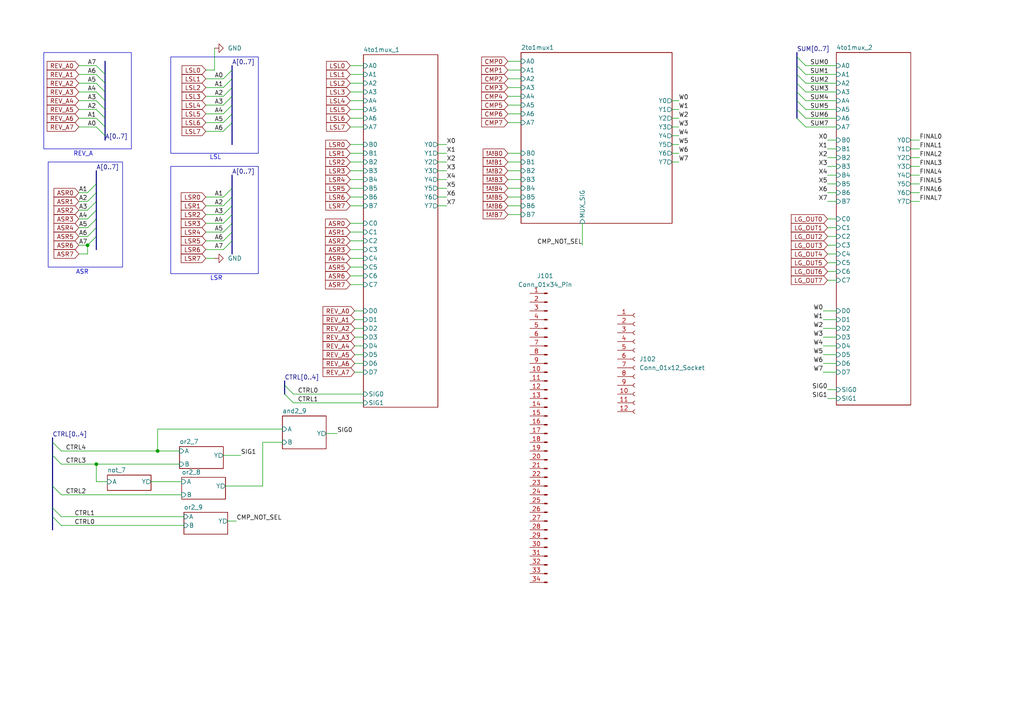
<source format=kicad_sch>
(kicad_sch (version 20250114) (generator "eeschema") (generator_version "9.0")
  (paper "A4")
  (lib_symbols
    (symbol "Connector:Conn_01x12_Socket" (pin_names (offset 1.016) (hide yes))
      (property "Reference" "J" (at 0 15.24 0))
      (property "Value" "Conn_01x12_Socket" (at 0 -17.78 0))
      (symbol "Conn_01x12_Socket_1_1"
        (polyline (pts (xy -1.27 12.7) (xy -0.508 12.7)) (stroke (width 0.1524)))
        (polyline (pts (xy -1.27 10.16) (xy -0.508 10.16)) (stroke (width 0.1524)))
        (polyline (pts (xy -1.27 7.62) (xy -0.508 7.62)) (stroke (width 0.1524)))
        (polyline (pts (xy -1.27 5.08) (xy -0.508 5.08)) (stroke (width 0.1524)))
        (polyline (pts (xy -1.27 2.54) (xy -0.508 2.54)) (stroke (width 0.1524)))
        (polyline (pts (xy -1.27 0) (xy -0.508 0)) (stroke (width 0.1524)))
        (polyline (pts (xy -1.27 -2.54) (xy -0.508 -2.54)) (stroke (width 0.1524)))
        (polyline (pts (xy -1.27 -5.08) (xy -0.508 -5.08)) (stroke (width 0.1524)))
        (polyline (pts (xy -1.27 -7.62) (xy -0.508 -7.62)) (stroke (width 0.1524)))
        (polyline (pts (xy -1.27 -10.16) (xy -0.508 -10.16)) (stroke (width 0.1524)))
        (polyline (pts (xy -1.27 -12.7) (xy -0.508 -12.7)) (stroke (width 0.1524)))
        (polyline (pts (xy -1.27 -15.24) (xy -0.508 -15.24)) (stroke (width 0.1524)))
        (arc (start 0 12.192) (mid -0.5058 12.7) (end 0 13.208) (stroke (width 0.1524)))
        (arc (start 0 9.652) (mid -0.5058 10.16) (end 0 10.668) (stroke (width 0.1524)))
        (arc (start 0 7.112) (mid -0.5058 7.62) (end 0 8.128) (stroke (width 0.1524)))
        (arc (start 0 4.572) (mid -0.5058 5.08) (end 0 5.588) (stroke (width 0.1524)))
        (arc (start 0 2.032) (mid -0.5058 2.54) (end 0 3.048) (stroke (width 0.1524)))
        (arc (start 0 -0.508) (mid -0.5058 0) (end 0 0.508) (stroke (width 0.1524)))
        (arc (start 0 -3.048) (mid -0.5058 -2.54) (end 0 -2.032) (stroke (width 0.1524)))
        (arc (start 0 -5.588) (mid -0.5058 -5.08) (end 0 -4.572) (stroke (width 0.1524)))
        (arc (start 0 -8.128) (mid -0.5058 -7.62) (end 0 -7.112) (stroke (width 0.1524)))
        (arc (start 0 -10.668) (mid -0.5058 -10.16) (end 0 -9.652) (stroke (width 0.1524)))
        (arc (start 0 -13.208) (mid -0.5058 -12.7) (end 0 -12.192) (stroke (width 0.1524)))
        (arc (start 0 -15.748) (mid -0.5058 -15.24) (end 0 -14.732) (stroke (width 0.1524)))
        (pin passive line (at -5.08 12.7 0) (length 3.81) (name "Pin_1") (number "1"))
        (pin passive line (at -5.08 10.16 0) (length 3.81) (name "Pin_2") (number "2"))
        (pin passive line (at -5.08 7.62 0) (length 3.81) (name "Pin_3") (number "3"))
        (pin passive line (at -5.08 5.08 0) (length 3.81) (name "Pin_4") (number "4"))
        (pin passive line (at -5.08 2.54 0) (length 3.81) (name "Pin_5") (number "5"))
        (pin passive line (at -5.08 0 0) (length 3.81) (name "Pin_6") (number "6"))
        (pin passive line (at -5.08 -2.54 0) (length 3.81) (name "Pin_7") (number "7"))
        (pin passive line (at -5.08 -5.08 0) (length 3.81) (name "Pin_8") (number "8"))
        (pin passive line (at -5.08 -7.62 0) (length 3.81) (name "Pin_9") (number "9"))
        (pin passive line (at -5.08 -10.16 0) (length 3.81) (name "Pin_10") (number "10"))
        (pin passive line (at -5.08 -12.7 0) (length 3.81) (name "Pin_11") (number "11"))
        (pin passive line (at -5.08 -15.24 0) (length 3.81) (name "Pin_12") (number "12"))
      )
    )
    (symbol "Connector:Conn_01x34_Pin" (pin_names (offset 1.016) (hide yes))
      (property "Reference" "J" (at 0 43.18 0))
      (property "Value" "Conn_01x34_Pin" (at 0 -45.72 0))
      (symbol "Conn_01x34_Pin_1_1"
        (rectangle (start 0.8636 40.767) (end 0 40.513) (stroke (width 0.1524)) (fill (type outline)))
        (rectangle (start 0.8636 38.227) (end 0 37.973) (stroke (width 0.1524)) (fill (type outline)))
        (rectangle (start 0.8636 35.687) (end 0 35.433) (stroke (width 0.1524)) (fill (type outline)))
        (rectangle (start 0.8636 33.147) (end 0 32.893) (stroke (width 0.1524)) (fill (type outline)))
        (rectangle (start 0.8636 30.607) (end 0 30.353) (stroke (width 0.1524)) (fill (type outline)))
        (rectangle (start 0.8636 28.067) (end 0 27.813) (stroke (width 0.1524)) (fill (type outline)))
        (rectangle (start 0.8636 25.527) (end 0 25.273) (stroke (width 0.1524)) (fill (type outline)))
        (rectangle (start 0.8636 22.987) (end 0 22.733) (stroke (width 0.1524)) (fill (type outline)))
        (rectangle (start 0.8636 20.447) (end 0 20.193) (stroke (width 0.1524)) (fill (type outline)))
        (rectangle (start 0.8636 17.907) (end 0 17.653) (stroke (width 0.1524)) (fill (type outline)))
        (rectangle (start 0.8636 15.367) (end 0 15.113) (stroke (width 0.1524)) (fill (type outline)))
        (rectangle (start 0.8636 12.827) (end 0 12.573) (stroke (width 0.1524)) (fill (type outline)))
        (rectangle (start 0.8636 10.287) (end 0 10.033) (stroke (width 0.1524)) (fill (type outline)))
        (rectangle (start 0.8636 7.747) (end 0 7.493) (stroke (width 0.1524)) (fill (type outline)))
        (rectangle (start 0.8636 5.207) (end 0 4.953) (stroke (width 0.1524)) (fill (type outline)))
        (rectangle (start 0.8636 2.667) (end 0 2.413) (stroke (width 0.1524)) (fill (type outline)))
        (rectangle (start 0.8636 0.127) (end 0 -0.127) (stroke (width 0.1524)) (fill (type outline)))
        (rectangle (start 0.8636 -2.413) (end 0 -2.667) (stroke (width 0.1524)) (fill (type outline)))
        (rectangle (start 0.8636 -4.953) (end 0 -5.207) (stroke (width 0.1524)) (fill (type outline)))
        (rectangle (start 0.8636 -7.493) (end 0 -7.747) (stroke (width 0.1524)) (fill (type outline)))
        (rectangle (start 0.8636 -10.033) (end 0 -10.287) (stroke (width 0.1524)) (fill (type outline)))
        (rectangle (start 0.8636 -12.573) (end 0 -12.827) (stroke (width 0.1524)) (fill (type outline)))
        (rectangle (start 0.8636 -15.113) (end 0 -15.367) (stroke (width 0.1524)) (fill (type outline)))
        (rectangle (start 0.8636 -17.653) (end 0 -17.907) (stroke (width 0.1524)) (fill (type outline)))
        (rectangle (start 0.8636 -20.193) (end 0 -20.447) (stroke (width 0.1524)) (fill (type outline)))
        (rectangle (start 0.8636 -22.733) (end 0 -22.987) (stroke (width 0.1524)) (fill (type outline)))
        (rectangle (start 0.8636 -25.273) (end 0 -25.527) (stroke (width 0.1524)) (fill (type outline)))
        (rectangle (start 0.8636 -27.813) (end 0 -28.067) (stroke (width 0.1524)) (fill (type outline)))
        (rectangle (start 0.8636 -30.353) (end 0 -30.607) (stroke (width 0.1524)) (fill (type outline)))
        (rectangle (start 0.8636 -32.893) (end 0 -33.147) (stroke (width 0.1524)) (fill (type outline)))
        (rectangle (start 0.8636 -35.433) (end 0 -35.687) (stroke (width 0.1524)) (fill (type outline)))
        (rectangle (start 0.8636 -37.973) (end 0 -38.227) (stroke (width 0.1524)) (fill (type outline)))
        (rectangle (start 0.8636 -40.513) (end 0 -40.767) (stroke (width 0.1524)) (fill (type outline)))
        (rectangle (start 0.8636 -43.053) (end 0 -43.307) (stroke (width 0.1524)) (fill (type outline)))
        (polyline (pts (xy 1.27 40.64) (xy 0.8636 40.64)) (stroke (width 0.1524)))
        (polyline (pts (xy 1.27 38.1) (xy 0.8636 38.1)) (stroke (width 0.1524)))
        (polyline (pts (xy 1.27 35.56) (xy 0.8636 35.56)) (stroke (width 0.1524)))
        (polyline (pts (xy 1.27 33.02) (xy 0.8636 33.02)) (stroke (width 0.1524)))
        (polyline (pts (xy 1.27 30.48) (xy 0.8636 30.48)) (stroke (width 0.1524)))
        (polyline (pts (xy 1.27 27.94) (xy 0.8636 27.94)) (stroke (width 0.1524)))
        (polyline (pts (xy 1.27 25.4) (xy 0.8636 25.4)) (stroke (width 0.1524)))
        (polyline (pts (xy 1.27 22.86) (xy 0.8636 22.86)) (stroke (width 0.1524)))
        (polyline (pts (xy 1.27 20.32) (xy 0.8636 20.32)) (stroke (width 0.1524)))
        (polyline (pts (xy 1.27 17.78) (xy 0.8636 17.78)) (stroke (width 0.1524)))
        (polyline (pts (xy 1.27 15.24) (xy 0.8636 15.24)) (stroke (width 0.1524)))
        (polyline (pts (xy 1.27 12.7) (xy 0.8636 12.7)) (stroke (width 0.1524)))
        (polyline (pts (xy 1.27 10.16) (xy 0.8636 10.16)) (stroke (width 0.1524)))
        (polyline (pts (xy 1.27 7.62) (xy 0.8636 7.62)) (stroke (width 0.1524)))
        (polyline (pts (xy 1.27 5.08) (xy 0.8636 5.08)) (stroke (width 0.1524)))
        (polyline (pts (xy 1.27 2.54) (xy 0.8636 2.54)) (stroke (width 0.1524)))
        (polyline (pts (xy 1.27 0) (xy 0.8636 0)) (stroke (width 0.1524)))
        (polyline (pts (xy 1.27 -2.54) (xy 0.8636 -2.54)) (stroke (width 0.1524)))
        (polyline (pts (xy 1.27 -5.08) (xy 0.8636 -5.08)) (stroke (width 0.1524)))
        (polyline (pts (xy 1.27 -7.62) (xy 0.8636 -7.62)) (stroke (width 0.1524)))
        (polyline (pts (xy 1.27 -10.16) (xy 0.8636 -10.16)) (stroke (width 0.1524)))
        (polyline (pts (xy 1.27 -12.7) (xy 0.8636 -12.7)) (stroke (width 0.1524)))
        (polyline (pts (xy 1.27 -15.24) (xy 0.8636 -15.24)) (stroke (width 0.1524)))
        (polyline (pts (xy 1.27 -17.78) (xy 0.8636 -17.78)) (stroke (width 0.1524)))
        (polyline (pts (xy 1.27 -20.32) (xy 0.8636 -20.32)) (stroke (width 0.1524)))
        (polyline (pts (xy 1.27 -22.86) (xy 0.8636 -22.86)) (stroke (width 0.1524)))
        (polyline (pts (xy 1.27 -25.4) (xy 0.8636 -25.4)) (stroke (width 0.1524)))
        (polyline (pts (xy 1.27 -27.94) (xy 0.8636 -27.94)) (stroke (width 0.1524)))
        (polyline (pts (xy 1.27 -30.48) (xy 0.8636 -30.48)) (stroke (width 0.1524)))
        (polyline (pts (xy 1.27 -33.02) (xy 0.8636 -33.02)) (stroke (width 0.1524)))
        (polyline (pts (xy 1.27 -35.56) (xy 0.8636 -35.56)) (stroke (width 0.1524)))
        (polyline (pts (xy 1.27 -38.1) (xy 0.8636 -38.1)) (stroke (width 0.1524)))
        (polyline (pts (xy 1.27 -40.64) (xy 0.8636 -40.64)) (stroke (width 0.1524)))
        (polyline (pts (xy 1.27 -43.18) (xy 0.8636 -43.18)) (stroke (width 0.1524)))
        (pin passive line (at 5.08 40.64 180) (length 3.81) (name "Pin_1") (number "1"))
        (pin passive line (at 5.08 38.1 180) (length 3.81) (name "Pin_2") (number "2"))
        (pin passive line (at 5.08 35.56 180) (length 3.81) (name "Pin_3") (number "3"))
        (pin passive line (at 5.08 33.02 180) (length 3.81) (name "Pin_4") (number "4"))
        (pin passive line (at 5.08 30.48 180) (length 3.81) (name "Pin_5") (number "5"))
        (pin passive line (at 5.08 27.94 180) (length 3.81) (name "Pin_6") (number "6"))
        (pin passive line (at 5.08 25.4 180) (length 3.81) (name "Pin_7") (number "7"))
        (pin passive line (at 5.08 22.86 180) (length 3.81) (name "Pin_8") (number "8"))
        (pin passive line (at 5.08 20.32 180) (length 3.81) (name "Pin_9") (number "9"))
        (pin passive line (at 5.08 17.78 180) (length 3.81) (name "Pin_10") (number "10"))
        (pin passive line (at 5.08 15.24 180) (length 3.81) (name "Pin_11") (number "11"))
        (pin passive line (at 5.08 12.7 180) (length 3.81) (name "Pin_12") (number "12"))
        (pin passive line (at 5.08 10.16 180) (length 3.81) (name "Pin_13") (number "13"))
        (pin passive line (at 5.08 7.62 180) (length 3.81) (name "Pin_14") (number "14"))
        (pin passive line (at 5.08 5.08 180) (length 3.81) (name "Pin_15") (number "15"))
        (pin passive line (at 5.08 2.54 180) (length 3.81) (name "Pin_16") (number "16"))
        (pin passive line (at 5.08 0 180) (length 3.81) (name "Pin_17") (number "17"))
        (pin passive line (at 5.08 -2.54 180) (length 3.81) (name "Pin_18") (number "18"))
        (pin passive line (at 5.08 -5.08 180) (length 3.81) (name "Pin_19") (number "19"))
        (pin passive line (at 5.08 -7.62 180) (length 3.81) (name "Pin_20") (number "20"))
        (pin passive line (at 5.08 -10.16 180) (length 3.81) (name "Pin_21") (number "21"))
        (pin passive line (at 5.08 -12.7 180) (length 3.81) (name "Pin_22") (number "22"))
        (pin passive line (at 5.08 -15.24 180) (length 3.81) (name "Pin_23") (number "23"))
        (pin passive line (at 5.08 -17.78 180) (length 3.81) (name "Pin_24") (number "24"))
        (pin passive line (at 5.08 -20.32 180) (length 3.81) (name "Pin_25") (number "25"))
        (pin passive line (at 5.08 -22.86 180) (length 3.81) (name "Pin_26") (number "26"))
        (pin passive line (at 5.08 -25.4 180) (length 3.81) (name "Pin_27") (number "27"))
        (pin passive line (at 5.08 -27.94 180) (length 3.81) (name "Pin_28") (number "28"))
        (pin passive line (at 5.08 -30.48 180) (length 3.81) (name "Pin_29") (number "29"))
        (pin passive line (at 5.08 -33.02 180) (length 3.81) (name "Pin_30") (number "30"))
        (pin passive line (at 5.08 -35.56 180) (length 3.81) (name "Pin_31") (number "31"))
        (pin passive line (at 5.08 -38.1 180) (length 3.81) (name "Pin_32") (number "32"))
        (pin passive line (at 5.08 -40.64 180) (length 3.81) (name "Pin_33") (number "33"))
        (pin passive line (at 5.08 -43.18 180) (length 3.81) (name "Pin_34") (number "34"))
      )
    )
    (symbol "power:GND" (power) (pin_numbers (hide yes)) (pin_names (offset 0) (hide yes))
      (property "Value" "GND" (at 0 -3.81 0))
      (symbol "GND_0_1"
        (polyline (pts (xy 0 0) (xy 0 -1.27) (xy 1.27 -1.27) (xy 0 -2.54) (xy -1.27 -1.27) (xy 0 -1.27)))
      )
      (symbol "GND_1_1"
        (pin power_in line (at 0 0 270) (length 0) (name "~") (number "1"))
      )
    )
  )
  (rectangle (start 12.7 15.24) (end 38.1 43.18))
  (rectangle (start 49.53 48.26) (end 74.93 79.375))
  (rectangle (start 49.53 44.45) (end 74.93 16.51))
  (rectangle (start 13.97 46.99) (end 35.56 77.47))
  (text "LSL" (at 62.484 45.72 0) (effects (font (size 1.27 1.27))))
  (text "REV_A\n" (at 24.13 44.704 0) (effects (font (size 1.27 1.27))))
  (text "ASR" (at 23.876 78.994 0) (effects (font (size 1.27 1.27))))
  (text "LSR\n" (at 62.738 80.772 0) (effects (font (size 1.27 1.27))))
  (junction (at 25.4 71.12))
  (junction (at 45.72 130.81))
  (junction (at 27.94 134.62))
  (bus_entry (at 67.31 59.69) (size -2.54 2.54))
  (bus_entry (at 15.24 128.27) (size 2.54 2.54))
  (bus_entry (at 30.48 29.21) (size -2.54 -2.54))
  (bus_entry (at 30.48 39.37) (size -2.54 -2.54))
  (bus_entry (at 67.31 64.77) (size -2.54 2.54))
  (bus_entry (at 27.94 66.04) (size -2.54 2.54))
  (bus_entry (at 67.31 67.31) (size -2.54 2.54))
  (bus_entry (at 231.14 31.75) (size 2.54 2.54))
  (bus_entry (at 30.48 31.75) (size -2.54 -2.54))
  (bus_entry (at 30.48 26.67) (size -2.54 -2.54))
  (bus_entry (at 67.31 27.94) (size -2.54 2.54))
  (bus_entry (at 67.31 25.4) (size -2.54 2.54))
  (bus_entry (at 15.24 140.97) (size 2.54 2.54))
  (bus_entry (at 15.24 149.86) (size 2.54 2.54))
  (bus_entry (at 30.48 24.13) (size -2.54 -2.54))
  (bus_entry (at 15.24 132.08) (size 2.54 2.54))
  (bus_entry (at 231.14 21.59) (size 2.54 2.54))
  (bus_entry (at 30.48 34.29) (size -2.54 -2.54))
  (bus_entry (at 67.31 35.56) (size -2.54 2.54))
  (bus_entry (at 30.48 36.83) (size -2.54 -2.54))
  (bus_entry (at 67.31 62.23) (size -2.54 2.54))
  (bus_entry (at 27.94 58.42) (size -2.54 2.54))
  (bus_entry (at 82.55 114.3) (size 2.54 2.54))
  (bus_entry (at 67.31 30.48) (size -2.54 2.54))
  (bus_entry (at 231.14 19.05) (size 2.54 2.54))
  (bus_entry (at 67.31 69.85) (size -2.54 2.54))
  (bus_entry (at 30.48 21.59) (size -2.54 -2.54))
  (bus_entry (at 231.14 16.51) (size 2.54 2.54))
  (bus_entry (at 67.31 20.32) (size -2.54 2.54))
  (bus_entry (at 27.94 53.34) (size -2.54 2.54))
  (bus_entry (at 67.31 22.86) (size -2.54 2.54))
  (bus_entry (at 231.14 24.13) (size 2.54 2.54))
  (bus_entry (at 231.14 34.29) (size 2.54 2.54))
  (bus_entry (at 67.31 57.15) (size -2.54 2.54))
  (bus_entry (at 231.14 26.67) (size 2.54 2.54))
  (bus_entry (at 27.94 68.58) (size -2.54 2.54))
  (bus_entry (at 15.24 147.32) (size 2.54 2.54))
  (bus_entry (at 67.31 33.02) (size -2.54 2.54))
  (bus_entry (at 27.94 55.88) (size -2.54 2.54))
  (bus_entry (at 82.55 111.76) (size 2.54 2.54))
  (bus_entry (at 27.94 63.5) (size -2.54 2.54))
  (bus_entry (at 27.94 60.96) (size -2.54 2.54))
  (bus_entry (at 231.14 29.21) (size 2.54 2.54))
  (bus_entry (at 67.31 54.61) (size -2.54 2.54))
  (wire (pts (xy 147.32 30.48) (xy 151.13 30.48)))
  (wire (pts (xy 17.78 134.62) (xy 27.94 134.62)))
  (wire (pts (xy 94.615 125.73) (xy 97.79 125.73)))
  (wire (pts (xy 22.86 68.58) (xy 25.4 68.58)))
  (wire (pts (xy 101.6 54.61) (xy 105.41 54.61)))
  (bus (pts (xy 231.14 31.75) (xy 231.14 34.29)))
  (wire (pts (xy 59.69 72.39) (xy 64.77 72.39)))
  (bus (pts (xy 67.31 35.56) (xy 67.31 41.91)))
  (wire (pts (xy 45.72 130.81) (xy 52.07 130.81)))
  (wire (pts (xy 233.68 26.67) (xy 242.57 26.67)))
  (wire (pts (xy 147.32 52.07) (xy 151.13 52.07)))
  (bus (pts (xy 30.48 29.21) (xy 30.48 26.67)))
  (wire (pts (xy 240.03 55.88) (xy 242.57 55.88)))
  (wire (pts (xy 65.405 140.97) (xy 76.2 140.97)))
  (wire (pts (xy 147.32 33.02) (xy 151.13 33.02)))
  (wire (pts (xy 101.6 59.69) (xy 105.41 59.69)))
  (wire (pts (xy 17.78 143.51) (xy 52.705 143.51)))
  (wire (pts (xy 22.86 63.5) (xy 25.4 63.5)))
  (wire (pts (xy 101.6 31.75) (xy 105.41 31.75)))
  (bus (pts (xy 30.48 26.67) (xy 30.48 24.13)))
  (wire (pts (xy 238.76 95.25) (xy 242.57 95.25)))
  (wire (pts (xy 238.76 102.87) (xy 242.57 102.87)))
  (wire (pts (xy 17.78 149.86) (xy 53.34 149.86)))
  (bus (pts (xy 67.31 25.4) (xy 67.31 27.94)))
  (wire (pts (xy 101.6 24.13) (xy 105.41 24.13)))
  (bus (pts (xy 67.31 59.69) (xy 67.31 62.23)))
  (wire (pts (xy 101.6 41.91) (xy 105.41 41.91)))
  (wire (pts (xy 22.86 55.88) (xy 25.4 55.88)))
  (wire (pts (xy 194.945 39.37) (xy 196.85 39.37)))
  (wire (pts (xy 240.03 40.64) (xy 242.57 40.64)))
  (wire (pts (xy 240.03 45.72) (xy 242.57 45.72)))
  (bus (pts (xy 231.14 16.51) (xy 231.14 19.05)))
  (wire (pts (xy 240.03 76.2) (xy 242.57 76.2)))
  (wire (pts (xy 240.03 115.57) (xy 242.57 115.57)))
  (wire (pts (xy 147.32 22.86) (xy 151.13 22.86)))
  (bus (pts (xy 30.48 34.29) (xy 30.48 31.75)))
  (bus (pts (xy 15.24 147.32) (xy 15.24 149.86)))
  (bus (pts (xy 231.14 19.05) (xy 231.14 21.59)))
  (wire (pts (xy 101.6 46.99) (xy 105.41 46.99)))
  (bus (pts (xy 82.55 111.76) (xy 82.55 114.3)))
  (wire (pts (xy 76.2 128.27) (xy 76.2 140.97)))
  (wire (pts (xy 147.32 20.32) (xy 151.13 20.32)))
  (wire (pts (xy 101.6 64.77) (xy 105.41 64.77)))
  (wire (pts (xy 101.6 49.53) (xy 105.41 49.53)))
  (wire (pts (xy 168.91 64.77) (xy 168.91 71.12)))
  (bus (pts (xy 30.48 31.75) (xy 30.48 29.21)))
  (wire (pts (xy 102.87 97.79) (xy 105.41 97.79)))
  (bus (pts (xy 67.31 64.77) (xy 67.31 67.31)))
  (wire (pts (xy 101.6 44.45) (xy 105.41 44.45)))
  (wire (pts (xy 102.87 102.87) (xy 105.41 102.87)))
  (wire (pts (xy 233.68 21.59) (xy 242.57 21.59)))
  (wire (pts (xy 22.86 60.96) (xy 25.4 60.96)))
  (wire (pts (xy 22.86 36.83) (xy 27.94 36.83)))
  (wire (pts (xy 147.32 25.4) (xy 151.13 25.4)))
  (wire (pts (xy 101.6 80.01) (xy 105.41 80.01)))
  (wire (pts (xy 101.6 82.55) (xy 105.41 82.55)))
  (wire (pts (xy 240.03 58.42) (xy 242.57 58.42)))
  (wire (pts (xy 101.6 67.31) (xy 105.41 67.31)))
  (bus (pts (xy 82.55 110.49) (xy 82.55 111.76)))
  (wire (pts (xy 147.32 46.99) (xy 151.13 46.99)))
  (wire (pts (xy 101.6 69.85) (xy 105.41 69.85)))
  (bus (pts (xy 67.31 30.48) (xy 67.31 33.02)))
  (bus (pts (xy 67.31 57.15) (xy 67.31 59.69)))
  (wire (pts (xy 64.77 132.08) (xy 69.85 132.08)))
  (wire (pts (xy 59.69 38.1) (xy 64.77 38.1)))
  (wire (pts (xy 76.2 128.27) (xy 81.915 128.27)))
  (wire (pts (xy 240.03 63.5) (xy 242.57 63.5)))
  (wire (pts (xy 85.09 114.3) (xy 105.41 114.3)))
  (bus (pts (xy 231.14 24.13) (xy 231.14 26.67)))
  (bus (pts (xy 27.94 58.42) (xy 27.94 60.96)))
  (wire (pts (xy 59.69 57.15) (xy 64.77 57.15)))
  (wire (pts (xy 240.03 73.66) (xy 242.57 73.66)))
  (wire (pts (xy 59.69 30.48) (xy 64.77 30.48)))
  (wire (pts (xy 62.23 13.97) (xy 62.23 20.32)))
  (wire (pts (xy 27.94 139.7) (xy 31.115 139.7)))
  (wire (pts (xy 25.4 73.66) (xy 25.4 71.12)))
  (wire (pts (xy 129.54 49.53) (xy 127 49.53)))
  (wire (pts (xy 238.76 107.95) (xy 242.57 107.95)))
  (wire (pts (xy 196.85 44.45) (xy 194.945 44.45)))
  (bus (pts (xy 27.94 49.53) (xy 27.94 53.34)))
  (wire (pts (xy 238.76 100.33) (xy 242.57 100.33)))
  (wire (pts (xy 85.09 116.84) (xy 105.41 116.84)))
  (wire (pts (xy 101.6 19.05) (xy 105.41 19.05)))
  (wire (pts (xy 147.32 35.56) (xy 151.13 35.56)))
  (wire (pts (xy 22.86 34.29) (xy 27.94 34.29)))
  (wire (pts (xy 101.6 74.93) (xy 105.41 74.93)))
  (wire (pts (xy 238.76 105.41) (xy 242.57 105.41)))
  (wire (pts (xy 102.87 95.25) (xy 105.41 95.25)))
  (wire (pts (xy 129.54 59.69) (xy 127 59.69)))
  (bus (pts (xy 27.94 60.96) (xy 27.94 63.5)))
  (wire (pts (xy 59.69 33.02) (xy 64.77 33.02)))
  (bus (pts (xy 67.31 67.31) (xy 67.31 69.85)))
  (bus (pts (xy 15.24 128.27) (xy 15.24 132.08)))
  (wire (pts (xy 66.04 151.13) (xy 68.58 151.13)))
  (wire (pts (xy 233.68 34.29) (xy 242.57 34.29)))
  (wire (pts (xy 233.68 24.13) (xy 242.57 24.13)))
  (wire (pts (xy 233.68 31.75) (xy 242.57 31.75)))
  (bus (pts (xy 27.94 63.5) (xy 27.94 66.04)))
  (wire (pts (xy 22.86 73.66) (xy 25.4 73.66)))
  (wire (pts (xy 147.32 62.23) (xy 151.13 62.23)))
  (wire (pts (xy 45.72 124.46) (xy 81.915 124.46)))
  (wire (pts (xy 240.03 68.58) (xy 242.57 68.58)))
  (bus (pts (xy 67.31 33.02) (xy 67.31 35.56)))
  (wire (pts (xy 101.6 57.15) (xy 105.41 57.15)))
  (wire (pts (xy 102.87 90.17) (xy 105.41 90.17)))
  (wire (pts (xy 196.85 46.99) (xy 194.945 46.99)))
  (bus (pts (xy 15.24 140.97) (xy 15.24 147.32)))
  (wire (pts (xy 233.68 19.05) (xy 242.57 19.05)))
  (bus (pts (xy 67.31 27.94) (xy 67.31 30.48)))
  (wire (pts (xy 147.32 44.45) (xy 151.13 44.45)))
  (bus (pts (xy 231.14 26.67) (xy 231.14 29.21)))
  (bus (pts (xy 67.31 20.32) (xy 67.31 22.86)))
  (wire (pts (xy 196.85 41.91) (xy 194.945 41.91)))
  (wire (pts (xy 233.68 36.83) (xy 242.57 36.83)))
  (wire (pts (xy 240.03 78.74) (xy 242.57 78.74)))
  (bus (pts (xy 67.31 54.61) (xy 67.31 57.15)))
  (wire (pts (xy 240.03 66.04) (xy 242.57 66.04)))
  (bus (pts (xy 67.31 69.85) (xy 67.31 73.66)))
  (wire (pts (xy 22.86 21.59) (xy 27.94 21.59)))
  (wire (pts (xy 264.16 40.64) (xy 266.7 40.64)))
  (wire (pts (xy 147.32 17.78) (xy 151.13 17.78)))
  (bus (pts (xy 27.94 66.04) (xy 27.94 68.58)))
  (wire (pts (xy 101.6 29.21) (xy 105.41 29.21)))
  (wire (pts (xy 194.945 34.29) (xy 196.85 34.29)))
  (wire (pts (xy 240.03 71.12) (xy 242.57 71.12)))
  (wire (pts (xy 62.23 20.32) (xy 59.69 20.32)))
  (bus (pts (xy 27.94 53.34) (xy 27.94 55.88)))
  (wire (pts (xy 194.945 36.83) (xy 196.85 36.83)))
  (wire (pts (xy 59.69 74.93) (xy 62.23 74.93)))
  (wire (pts (xy 102.87 105.41) (xy 105.41 105.41)))
  (bus (pts (xy 67.31 19.05) (xy 67.31 20.32)))
  (wire (pts (xy 238.76 92.71) (xy 242.57 92.71)))
  (wire (pts (xy 238.76 97.79) (xy 242.57 97.79)))
  (wire (pts (xy 17.78 130.81) (xy 45.72 130.81)))
  (wire (pts (xy 59.69 64.77) (xy 64.77 64.77)))
  (wire (pts (xy 240.03 53.34) (xy 242.57 53.34)))
  (bus (pts (xy 15.24 149.86) (xy 15.24 153.67)))
  (wire (pts (xy 264.16 45.72) (xy 266.7 45.72)))
  (bus (pts (xy 30.48 39.37) (xy 30.48 36.83)))
  (wire (pts (xy 59.69 27.94) (xy 64.77 27.94)))
  (bus (pts (xy 30.48 40.64) (xy 30.48 39.37)))
  (wire (pts (xy 27.94 134.62) (xy 27.94 139.7)))
  (wire (pts (xy 102.87 92.71) (xy 105.41 92.71)))
  (wire (pts (xy 22.86 26.67) (xy 27.94 26.67)))
  (wire (pts (xy 264.16 50.8) (xy 266.7 50.8)))
  (wire (pts (xy 194.945 29.21) (xy 196.85 29.21)))
  (wire (pts (xy 240.03 50.8) (xy 242.57 50.8)))
  (wire (pts (xy 101.6 36.83) (xy 105.41 36.83)))
  (wire (pts (xy 22.86 19.05) (xy 27.94 19.05)))
  (wire (pts (xy 59.69 69.85) (xy 64.77 69.85)))
  (wire (pts (xy 264.16 43.18) (xy 266.7 43.18)))
  (wire (pts (xy 233.68 29.21) (xy 242.57 29.21)))
  (wire (pts (xy 22.86 29.21) (xy 27.94 29.21)))
  (wire (pts (xy 264.16 55.88) (xy 266.7 55.88)))
  (bus (pts (xy 15.24 127) (xy 15.24 128.27)))
  (wire (pts (xy 25.4 58.42) (xy 22.86 58.42)))
  (wire (pts (xy 240.03 113.03) (xy 242.57 113.03)))
  (wire (pts (xy 22.86 71.12) (xy 25.4 71.12)))
  (wire (pts (xy 264.16 53.34) (xy 266.7 53.34)))
  (bus (pts (xy 27.94 68.58) (xy 27.94 72.39)))
  (wire (pts (xy 238.76 90.17) (xy 242.57 90.17)))
  (wire (pts (xy 59.69 67.31) (xy 64.77 67.31)))
  (wire (pts (xy 264.16 58.42) (xy 266.7 58.42)))
  (wire (pts (xy 17.78 152.4) (xy 53.34 152.4)))
  (wire (pts (xy 147.32 27.94) (xy 151.13 27.94)))
  (wire (pts (xy 59.69 35.56) (xy 64.77 35.56)))
  (wire (pts (xy 147.32 59.69) (xy 151.13 59.69)))
  (bus (pts (xy 231.14 21.59) (xy 231.14 24.13)))
  (wire (pts (xy 147.32 54.61) (xy 151.13 54.61)))
  (wire (pts (xy 129.54 57.15) (xy 127 57.15)))
  (bus (pts (xy 27.94 55.88) (xy 27.94 58.42)))
  (wire (pts (xy 43.815 139.7) (xy 52.705 139.7)))
  (wire (pts (xy 22.86 66.04) (xy 25.4 66.04)))
  (wire (pts (xy 147.32 57.15) (xy 151.13 57.15)))
  (wire (pts (xy 59.69 22.86) (xy 64.77 22.86)))
  (wire (pts (xy 129.54 54.61) (xy 127 54.61)))
  (wire (pts (xy 102.87 100.33) (xy 105.41 100.33)))
  (wire (pts (xy 194.945 31.75) (xy 196.85 31.75)))
  (bus (pts (xy 231.14 29.21) (xy 231.14 31.75)))
  (wire (pts (xy 129.54 44.45) (xy 127 44.45)))
  (wire (pts (xy 240.03 81.28) (xy 242.57 81.28)))
  (wire (pts (xy 240.03 43.18) (xy 242.57 43.18)))
  (wire (pts (xy 102.87 107.95) (xy 105.41 107.95)))
  (wire (pts (xy 101.6 52.07) (xy 105.41 52.07)))
  (wire (pts (xy 101.6 77.47) (xy 105.41 77.47)))
  (wire (pts (xy 129.54 52.07) (xy 127 52.07)))
  (bus (pts (xy 15.24 132.08) (xy 15.24 140.97)))
  (wire (pts (xy 101.6 21.59) (xy 105.41 21.59)))
  (wire (pts (xy 101.6 34.29) (xy 105.41 34.29)))
  (wire (pts (xy 59.69 25.4) (xy 64.77 25.4)))
  (bus (pts (xy 67.31 50.8) (xy 67.31 54.61)))
  (wire (pts (xy 240.03 48.26) (xy 242.57 48.26)))
  (bus (pts (xy 67.31 22.86) (xy 67.31 25.4)))
  (bus (pts (xy 30.48 21.59) (xy 30.48 17.78)))
  (wire (pts (xy 45.72 130.81) (xy 45.72 124.46)))
  (bus (pts (xy 30.48 36.83) (xy 30.48 34.29)))
  (wire (pts (xy 129.54 41.91) (xy 127 41.91)))
  (wire (pts (xy 59.69 62.23) (xy 64.77 62.23)))
  (wire (pts (xy 129.54 46.99) (xy 127 46.99)))
  (wire (pts (xy 22.86 24.13) (xy 27.94 24.13)))
  (wire (pts (xy 101.6 26.67) (xy 105.41 26.67)))
  (bus (pts (xy 231.14 15.24) (xy 231.14 16.51)))
  (wire (pts (xy 264.16 48.26) (xy 266.7 48.26)))
  (wire (pts (xy 101.6 72.39) (xy 105.41 72.39)))
  (bus (pts (xy 30.48 24.13) (xy 30.48 21.59)))
  (wire (pts (xy 147.32 49.53) (xy 151.13 49.53)))
  (wire (pts (xy 22.86 31.75) (xy 27.94 31.75)))
  (bus (pts (xy 67.31 62.23) (xy 67.31 64.77)))
  (wire (pts (xy 27.94 134.62) (xy 52.07 134.62)))
  (wire (pts (xy 59.69 59.69) (xy 64.77 59.69)))
  (label "X2" (at 240.03 45.72 180))
  (label "SIG0" (at 240.03 113.03 180))
  (label "SIG1" (at 240.03 115.57 180))
  (label "A1" (at 62.23 57.15 0))
  (label "CTRL[0..4]" (at 82.55 110.49 0))
  (label "X0" (at 240.03 40.64 180))
  (label "W3" (at 238.76 97.79 180))
  (label "W1" (at 238.76 92.71 180))
  (label "W5" (at 238.76 102.87 180))
  (label "SUM1" (at 234.95 21.59 0))
  (label "X4" (at 240.03 50.8 180))
  (label "SUM3" (at 234.95 26.67 0))
  (label "SUM4" (at 234.95 29.21 0))
  (label "W0" (at 238.76 90.17 180))
  (label "A4" (at 25.4 26.67 0))
  (label "X5" (at 240.03 53.34 180))
  (label "W6" (at 238.76 105.41 180))
  (label "CTRL0" (at 21.59 152.4 0))
  (label "X1" (at 240.03 43.18 180))
  (label "CMP_NOT_SEL" (at 168.91 71.12 180))
  (label "A2" (at 62.23 59.69 0))
  (label "A3" (at 62.23 30.48 0))
  (label "W4" (at 238.76 100.33 180))
  (label "SUM6" (at 234.95 34.29 0))
  (label "A0" (at 62.23 22.86 0))
  (label "A[0..7]" (at 67.31 19.05 0))
  (label "CTRL3" (at 19.05 134.62 0))
  (label "A5" (at 25.4 24.13 0))
  (label "CTRL0" (at 86.36 114.3 0))
  (label "A4" (at 62.23 64.77 0))
  (label "W7" (at 196.85 46.99 0))
  (label "W6" (at 196.85 44.45 0))
  (label "W5" (at 196.85 41.91 0))
  (label "W4" (at 196.85 39.37 0))
  (label "W2" (at 196.85 34.29 0))
  (label "W3" (at 196.85 36.83 0))
  (label "W1" (at 196.85 31.75 0))
  (label "W0" (at 196.85 29.21 0))
  (label "A7" (at 62.23 72.39 0))
  (label "SUM5" (at 234.95 31.75 0))
  (label "A0" (at 25.4 36.83 0))
  (label "A[0..7]" (at 67.31 50.8 0))
  (label "X6" (at 240.03 55.88 180))
  (label "A2" (at 62.23 27.94 0))
  (label "A1" (at 25.4 34.29 0))
  (label "CTRL[0..4]" (at 15.24 127 0))
  (label "SUM0" (at 234.95 19.05 0))
  (label "X7" (at 240.03 58.42 180))
  (label "A1" (at 62.23 25.4 0))
  (label "X0" (at 129.54 41.91 0))
  (label "X3" (at 129.54 49.53 0))
  (label "X6" (at 129.54 57.15 0))
  (label "X5" (at 129.54 54.61 0))
  (label "X1" (at 129.54 44.45 0))
  (label "X2" (at 129.54 46.99 0))
  (label "X7" (at 129.54 59.69 0))
  (label "X4" (at 129.54 52.07 0))
  (label "A3" (at 22.86 60.96 0))
  (label "SUM2" (at 234.95 24.13 0))
  (label "A6" (at 25.4 21.59 0))
  (label "X3" (at 240.03 48.26 180))
  (label "A3" (at 25.4 29.21 0))
  (label "SIG0" (at 97.79 125.73 0))
  (label "A5" (at 22.86 66.04 0))
  (label "A5" (at 62.23 35.56 0))
  (label "CTRL1" (at 21.59 149.86 0))
  (label "A[0..7]" (at 30.48 40.64 0))
  (label "W2" (at 238.76 95.25 180))
  (label "SIG1" (at 69.85 132.08 0))
  (label "A6" (at 62.23 69.85 0))
  (label "A6" (at 62.23 38.1 0))
  (label "A4" (at 62.23 33.02 0))
  (label "A5" (at 62.23 67.31 0))
  (label "A1" (at 22.86 55.88 0))
  (label "A7" (at 22.86 71.12 0))
  (label "CTRL4" (at 19.05 130.81 0))
  (label "FINAL0" (at 266.7 40.64 0))
  (label "FINAL1" (at 266.7 43.18 0))
  (label "FINAL2" (at 266.7 45.72 0))
  (label "FINAL3" (at 266.7 48.26 0))
  (label "FINAL4" (at 266.7 50.8 0))
  (label "FINAL5" (at 266.7 53.34 0))
  (label "FINAL6" (at 266.7 55.88 0))
  (label "FINAL7" (at 266.7 58.42 0))
  (label "SUM7" (at 234.95 36.83 0))
  (label "CTRL1" (at 86.36 116.84 0))
  (label "A6" (at 22.86 68.58 0))
  (label "A[0..7]" (at 27.94 49.53 0))
  (label "A2" (at 22.86 58.42 0))
  (label "A2" (at 25.4 31.75 0))
  (label "A4" (at 22.86 63.5 0))
  (label "SUM[0..7]" (at 231.14 15.24 0))
  (label "CMP_NOT_SEL" (at 68.58 151.13 0))
  (label "A3" (at 62.23 62.23 0))
  (label "A7" (at 25.4 19.05 0))
  (label "CTRL2" (at 19.05 143.51 0))
  (label "W7" (at 238.76 107.95 180))
  (global_label "ASR3" (shape input) (at 101.6 72.39 180) (property "Intersheetrefs" "${INTERSHEET_REFS}" (effects (hide yes))))
  (global_label "LSL7" (shape input) (at 101.6 36.83 180) (property "Intersheetrefs" "${INTERSHEET_REFS}" (effects (hide yes))))
  (global_label "LSR0" (shape input) (at 101.6 41.91 180) (property "Intersheetrefs" "${INTERSHEET_REFS}" (effects (hide yes))))
  (global_label "REV_A2" (shape input) (at 102.87 95.25 180) (property "Intersheetrefs" "${INTERSHEET_REFS}" (effects (hide yes))))
  (global_label "REV_A0" (shape input) (at 102.87 90.17 180) (property "Intersheetrefs" "${INTERSHEET_REFS}" (effects (hide yes))))
  (global_label "LSL0" (shape input) (at 101.6 19.05 180) (property "Intersheetrefs" "${INTERSHEET_REFS}" (effects (hide yes))))
  (global_label "LSL1" (shape input) (at 59.69 22.86 180) (property "Intersheetrefs" "${INTERSHEET_REFS}" (effects (hide yes))))
  (global_label "LSL2" (shape input) (at 59.69 25.4 180) (property "Intersheetrefs" "${INTERSHEET_REFS}" (effects (hide yes))))
  (global_label "LSL5" (shape input) (at 59.69 33.02 180) (property "Intersheetrefs" "${INTERSHEET_REFS}" (effects (hide yes))))
  (global_label "LSL6" (shape input) (at 59.69 35.56 180) (property "Intersheetrefs" "${INTERSHEET_REFS}" (effects (hide yes))))
  (global_label "LSL3" (shape input) (at 59.69 27.94 180) (property "Intersheetrefs" "${INTERSHEET_REFS}" (effects (hide yes))))
  (global_label "LSL4" (shape input) (at 59.69 30.48 180) (property "Intersheetrefs" "${INTERSHEET_REFS}" (effects (hide yes))))
  (global_label "LSL0" (shape input) (at 59.69 20.32 180) (property "Intersheetrefs" "${INTERSHEET_REFS}" (effects (hide yes))))
  (global_label "LSL7" (shape input) (at 59.69 38.1 180) (property "Intersheetrefs" "${INTERSHEET_REFS}" (effects (hide yes))))
  (global_label "REV_A6" (shape input) (at 102.87 105.41 180) (property "Intersheetrefs" "${INTERSHEET_REFS}" (effects (hide yes))))
  (global_label "LSR7" (shape input) (at 101.6 59.69 180) (property "Intersheetrefs" "${INTERSHEET_REFS}" (effects (hide yes))))
  (global_label "REV_A3" (shape input) (at 102.87 97.79 180) (property "Intersheetrefs" "${INTERSHEET_REFS}" (effects (hide yes))))
  (global_label "LSL1" (shape input) (at 101.6 21.59 180) (property "Intersheetrefs" "${INTERSHEET_REFS}" (effects (hide yes))))
  (global_label "ASR5" (shape input) (at 101.6 77.47 180) (property "Intersheetrefs" "${INTERSHEET_REFS}" (effects (hide yes))))
  (global_label "ASR4" (shape input) (at 101.6 74.93 180) (property "Intersheetrefs" "${INTERSHEET_REFS}" (effects (hide yes))))
  (global_label "LSR2" (shape input) (at 101.6 46.99 180) (property "Intersheetrefs" "${INTERSHEET_REFS}" (effects (hide yes))))
  (global_label "CMP1" (shape input) (at 147.32 20.32 180) (property "Intersheetrefs" "${INTERSHEET_REFS}" (effects (hide yes))))
  (global_label "CMP0" (shape input) (at 147.32 17.78 180) (property "Intersheetrefs" "${INTERSHEET_REFS}" (effects (hide yes))))
  (global_label "CMP2" (shape input) (at 147.32 22.86 180) (property "Intersheetrefs" "${INTERSHEET_REFS}" (effects (hide yes))))
  (global_label "CMP3" (shape input) (at 147.32 25.4 180) (property "Intersheetrefs" "${INTERSHEET_REFS}" (effects (hide yes))))
  (global_label "CMP5" (shape input) (at 147.32 30.48 180) (property "Intersheetrefs" "${INTERSHEET_REFS}" (effects (hide yes))))
  (global_label "CMP4" (shape input) (at 147.32 27.94 180) (property "Intersheetrefs" "${INTERSHEET_REFS}" (effects (hide yes))))
  (global_label "CMP6" (shape input) (at 147.32 33.02 180) (property "Intersheetrefs" "${INTERSHEET_REFS}" (effects (hide yes))))
  (global_label "CMP7" (shape input) (at 147.32 35.56 180) (property "Intersheetrefs" "${INTERSHEET_REFS}" (effects (hide yes))))
  (global_label "ASR1" (shape input) (at 101.6 67.31 180) (property "Intersheetrefs" "${INTERSHEET_REFS}" (effects (hide yes))))
  (global_label "LSR3" (shape input) (at 101.6 49.53 180) (property "Intersheetrefs" "${INTERSHEET_REFS}" (effects (hide yes))))
  (global_label "LSR6" (shape input) (at 101.6 57.15 180) (property "Intersheetrefs" "${INTERSHEET_REFS}" (effects (hide yes))))
  (global_label "LSL2" (shape input) (at 101.6 24.13 180) (property "Intersheetrefs" "${INTERSHEET_REFS}" (effects (hide yes))))
  (global_label "LSR5" (shape input) (at 101.6 54.61 180) (property "Intersheetrefs" "${INTERSHEET_REFS}" (effects (hide yes))))
  (global_label "ASR0" (shape input) (at 101.6 64.77 180) (property "Intersheetrefs" "${INTERSHEET_REFS}" (effects (hide yes))))
  (global_label "REV_A4" (shape input) (at 102.87 100.33 180) (property "Intersheetrefs" "${INTERSHEET_REFS}" (effects (hide yes))))
  (global_label "REV_A2" (shape input) (at 22.86 24.13 180) (property "Intersheetrefs" "${INTERSHEET_REFS}" (effects (hide yes))))
  (global_label "REV_A3" (shape input) (at 22.86 26.67 180) (property "Intersheetrefs" "${INTERSHEET_REFS}" (effects (hide yes))))
  (global_label "REV_A1" (shape input) (at 22.86 21.59 180) (property "Intersheetrefs" "${INTERSHEET_REFS}" (effects (hide yes))))
  (global_label "REV_A0" (shape input) (at 22.86 19.05 180) (property "Intersheetrefs" "${INTERSHEET_REFS}" (effects (hide yes))))
  (global_label "REV_A4" (shape input) (at 22.86 29.21 180) (property "Intersheetrefs" "${INTERSHEET_REFS}" (effects (hide yes))))
  (global_label "REV_A6" (shape input) (at 22.86 34.29 180) (property "Intersheetrefs" "${INTERSHEET_REFS}" (effects (hide yes))))
  (global_label "REV_A7" (shape input) (at 22.86 36.83 180) (property "Intersheetrefs" "${INTERSHEET_REFS}" (effects (hide yes))))
  (global_label "REV_A5" (shape input) (at 22.86 31.75 180) (property "Intersheetrefs" "${INTERSHEET_REFS}" (effects (hide yes))))
  (global_label "LSR4" (shape input) (at 101.6 52.07 180) (property "Intersheetrefs" "${INTERSHEET_REFS}" (effects (hide yes))))
  (global_label "LSL3" (shape input) (at 101.6 26.67 180) (property "Intersheetrefs" "${INTERSHEET_REFS}" (effects (hide yes))))
  (global_label "LG_OUT2" (shape input) (at 240.03 68.58 180) (property "Intersheetrefs" "${INTERSHEET_REFS}" (effects (hide yes))))
  (global_label "LG_OUT0" (shape input) (at 240.03 63.5 180) (property "Intersheetrefs" "${INTERSHEET_REFS}" (effects (hide yes))))
  (global_label "LG_OUT1" (shape input) (at 240.03 66.04 180) (property "Intersheetrefs" "${INTERSHEET_REFS}" (effects (hide yes))))
  (global_label "LG_OUT3" (shape input) (at 240.03 71.12 180) (property "Intersheetrefs" "${INTERSHEET_REFS}" (effects (hide yes))))
  (global_label "LG_OUT6" (shape input) (at 240.03 78.74 180) (property "Intersheetrefs" "${INTERSHEET_REFS}" (effects (hide yes))))
  (global_label "LG_OUT4" (shape input) (at 240.03 73.66 180) (property "Intersheetrefs" "${INTERSHEET_REFS}" (effects (hide yes))))
  (global_label "LG_OUT5" (shape input) (at 240.03 76.2 180) (property "Intersheetrefs" "${INTERSHEET_REFS}" (effects (hide yes))))
  (global_label "LG_OUT7" (shape input) (at 240.03 81.28 180) (property "Intersheetrefs" "${INTERSHEET_REFS}" (effects (hide yes))))
  (global_label "LSR1" (shape input) (at 101.6 44.45 180) (property "Intersheetrefs" "${INTERSHEET_REFS}" (effects (hide yes))))
  (global_label "LSL4" (shape input) (at 101.6 29.21 180) (property "Intersheetrefs" "${INTERSHEET_REFS}" (effects (hide yes))))
  (global_label "LSL5" (shape input) (at 101.6 31.75 180) (property "Intersheetrefs" "${INTERSHEET_REFS}" (effects (hide yes))))
  (global_label "ASR7" (shape input) (at 101.6 82.55 180) (property "Intersheetrefs" "${INTERSHEET_REFS}" (effects (hide yes))))
  (global_label "REV_A7" (shape input) (at 102.87 107.95 180) (property "Intersheetrefs" "${INTERSHEET_REFS}" (effects (hide yes))))
  (global_label "REV_A1" (shape input) (at 102.87 92.71 180) (property "Intersheetrefs" "${INTERSHEET_REFS}" (effects (hide yes))))
  (global_label "LSR1" (shape input) (at 59.69 59.69 180) (property "Intersheetrefs" "${INTERSHEET_REFS}" (effects (hide yes))))
  (global_label "LSR0" (shape input) (at 59.69 57.15 180) (property "Intersheetrefs" "${INTERSHEET_REFS}" (effects (hide yes))))
  (global_label "LSR6" (shape input) (at 59.69 72.39 180) (property "Intersheetrefs" "${INTERSHEET_REFS}" (effects (hide yes))))
  (global_label "LSR4" (shape input) (at 59.69 67.31 180) (property "Intersheetrefs" "${INTERSHEET_REFS}" (effects (hide yes))))
  (global_label "LSR7" (shape input) (at 59.69 74.93 180) (property "Intersheetrefs" "${INTERSHEET_REFS}" (effects (hide yes))))
  (global_label "LSR3" (shape input) (at 59.69 64.77 180) (property "Intersheetrefs" "${INTERSHEET_REFS}" (effects (hide yes))))
  (global_label "LSR2" (shape input) (at 59.69 62.23 180) (property "Intersheetrefs" "${INTERSHEET_REFS}" (effects (hide yes))))
  (global_label "LSR5" (shape input) (at 59.69 69.85 180) (property "Intersheetrefs" "${INTERSHEET_REFS}" (effects (hide yes))))
  (global_label "LSL6" (shape input) (at 101.6 34.29 180) (property "Intersheetrefs" "${INTERSHEET_REFS}" (effects (hide yes))))
  (global_label "ASR6" (shape input) (at 101.6 80.01 180) (property "Intersheetrefs" "${INTERSHEET_REFS}" (effects (hide yes))))
  (global_label "ASR1" (shape input) (at 22.86 58.42 180) (property "Intersheetrefs" "${INTERSHEET_REFS}" (effects (hide yes))))
  (global_label "ASR0" (shape input) (at 22.86 55.88 180) (property "Intersheetrefs" "${INTERSHEET_REFS}" (effects (hide yes))))
  (global_label "ASR7" (shape input) (at 22.86 73.66 180) (property "Intersheetrefs" "${INTERSHEET_REFS}" (effects (hide yes))))
  (global_label "ASR2" (shape input) (at 22.86 60.96 180) (property "Intersheetrefs" "${INTERSHEET_REFS}" (effects (hide yes))))
  (global_label "ASR6" (shape input) (at 22.86 71.12 180) (property "Intersheetrefs" "${INTERSHEET_REFS}" (effects (hide yes))))
  (global_label "ASR3" (shape input) (at 22.86 63.5 180) (property "Intersheetrefs" "${INTERSHEET_REFS}" (effects (hide yes))))
  (global_label "ASR4" (shape input) (at 22.86 66.04 180) (property "Intersheetrefs" "${INTERSHEET_REFS}" (effects (hide yes))))
  (global_label "ASR5" (shape input) (at 22.86 68.58 180) (property "Intersheetrefs" "${INTERSHEET_REFS}" (effects (hide yes))))
  (global_label "!A!B0" (shape input) (at 147.32 44.45 180) (property "Intersheetrefs" "${INTERSHEET_REFS}" (effects (hide yes))))
  (global_label "!A!B1" (shape input) (at 147.32 46.99 180) (property "Intersheetrefs" "${INTERSHEET_REFS}" (effects (hide yes))))
  (global_label "!A!B3" (shape input) (at 147.32 52.07 180) (property "Intersheetrefs" "${INTERSHEET_REFS}" (effects (hide yes))))
  (global_label "!A!B2" (shape input) (at 147.32 49.53 180) (property "Intersheetrefs" "${INTERSHEET_REFS}" (effects (hide yes))))
  (global_label "!A!B4" (shape input) (at 147.32 54.61 180) (property "Intersheetrefs" "${INTERSHEET_REFS}" (effects (hide yes))))
  (global_label "!A!B6" (shape input) (at 147.32 59.69 180) (property "Intersheetrefs" "${INTERSHEET_REFS}" (effects (hide yes))))
  (global_label "!A!B5" (shape input) (at 147.32 57.15 180) (property "Intersheetrefs" "${INTERSHEET_REFS}" (effects (hide yes))))
  (global_label "!A!B7" (shape input) (at 147.32 62.23 180) (property "Intersheetrefs" "${INTERSHEET_REFS}" (effects (hide yes))))
  (global_label "ASR2" (shape input) (at 101.6 69.85 180) (property "Intersheetrefs" "${INTERSHEET_REFS}" (effects (hide yes))))
  (global_label "REV_A5" (shape input) (at 102.87 102.87 180) (property "Intersheetrefs" "${INTERSHEET_REFS}" (effects (hide yes))))
  (symbol (lib_id "Connector:Conn_01x34_Pin") (at 158.75 125.73 0) (mirror y) (unit 1)
    (property "Reference" "J101" (at 158.115 80.01 0))
    (property "Value" "Conn_01x34_Pin" (at 158.115 82.55 0))
    (property "Footprint" "Connector_Harwin:Harwin_Gecko-G125-FVX3405L0X_2x17_P1.25mm_Vertical" (effects (hide yes)))
    (property "Description" "Generic connector, single row, 01x34, script generated" (effects (hide yes)))
  )
  (symbol (lib_id "power:GND") (at 62.23 74.93 90) (unit 1)
    (property "Reference" "#PWR0102" (effects (hide yes)))
    (property "Value" "GND" (at 66.04 74.9299 90) (effects (justify right)))
    (property "Description" "Power symbol creates a global label with name \"GND\" , ground" (effects (hide yes)))
  )
  (symbol (lib_id "power:GND") (at 62.23 13.97 90) (unit 1)
    (property "Reference" "#PWR0101" (effects (hide yes)))
    (property "Value" "GND" (at 66.04 13.9699 90) (effects (justify right)))
    (property "Description" "Power symbol creates a global label with name \"GND\" , ground" (effects (hide yes)))
  )
  (symbol (lib_id "Connector:Conn_01x12_Socket") (at 184.15 104.14 0) (unit 1)
    (property "Reference" "J102" (at 185.42 104.1399 0) (effects (justify left)))
    (property "Value" "Conn_01x12_Socket" (at 185.42 106.6799 0) (effects (justify left)))
    (property "Footprint" "Connector_Harwin:Harwin_Gecko-G125-FVX1205L0X_2x06_P1.25mm_Vertical" (effects (hide yes)))
    (property "Description" "Generic connector, single row, 01x12, script generated" (effects (hide yes)))
  )
  (sheet (at 53.34 148.59) (size 12.7 6.35) (stroke (width 0.1524))
    (property "Sheetname" "or2_9" (at 53.34 147.8784 0) (effects (justify left bottom)))
    (property "Sheetfile" "../../modules/gates/gate_or/gate_or_2in/gate_or_2in.kicad_sch" (effects (hide yes)))
    (pin "B" input (at 53.34 152.4 180))
    (pin "A" input (at 53.34 149.86 180))
    (pin "Y" output (at 66.04 151.13 0))
  )
  (sheet (at 105.41 15.875) (size 21.59 102.235) (stroke (width 0.1524))
    (property "Sheetname" "4to1mux_1" (at 105.41 15.1634 0) (effects (justify left bottom)))
    (property "Sheetfile" "../../modules/mux/mux_4to1_8bit/mux_4to1_8bit.kicad_sch" (effects (hide yes)))
    (pin "A3" input (at 105.41 26.67 180))
    (pin "A6" input (at 105.41 34.29 180))
    (pin "A4" input (at 105.41 29.21 180))
    (pin "A5" input (at 105.41 31.75 180))
    (pin "A1" input (at 105.41 21.59 180))
    (pin "A0" input (at 105.41 19.05 180))
    (pin "A7" input (at 105.41 36.83 180))
    (pin "A2" input (at 105.41 24.13 180))
    (pin "B0" input (at 105.41 41.91 180))
    (pin "B6" input (at 105.41 57.15 180))
    (pin "B2" input (at 105.41 46.99 180))
    (pin "B4" input (at 105.41 52.07 180))
    (pin "B7" input (at 105.41 59.69 180))
    (pin "B3" input (at 105.41 49.53 180))
    (pin "B5" input (at 105.41 54.61 180))
    (pin "B1" input (at 105.41 44.45 180))
    (pin "C5" input (at 105.41 77.47 180))
    (pin "C6" input (at 105.41 80.01 180))
    (pin "C3" input (at 105.41 72.39 180))
    (pin "C2" input (at 105.41 69.85 180))
    (pin "C1" input (at 105.41 67.31 180))
    (pin "C4" input (at 105.41 74.93 180))
    (pin "C7" input (at 105.41 82.55 180))
    (pin "C0" input (at 105.41 64.77 180))
    (pin "D2" input (at 105.41 95.25 180))
    (pin "D6" input (at 105.41 105.41 180))
    (pin "D4" input (at 105.41 100.33 180))
    (pin "D3" input (at 105.41 97.79 180))
    (pin "D0" input (at 105.41 90.17 180))
    (pin "D1" input (at 105.41 92.71 180))
    (pin "D7" input (at 105.41 107.95 180))
    (pin "D5" input (at 105.41 102.87 180))
    (pin "SIG1" input (at 105.41 116.84 180))
    (pin "Y5" output (at 127 54.61 0))
    (pin "Y2" output (at 127 46.99 0))
    (pin "Y1" output (at 127 44.45 0))
    (pin "SIG0" input (at 105.41 114.3 180))
    (pin "Y4" output (at 127 52.07 0))
    (pin "Y3" output (at 127 49.53 0))
    (pin "Y0" output (at 127 41.91 0))
    (pin "Y7" output (at 127 59.69 0))
    (pin "Y6" output (at 127 57.15 0))
  )
  (sheet (at 81.915 120.65) (size 12.7 9.525) (stroke (width 0.1524))
    (property "Sheetname" "and2_9" (at 81.915 119.9384 0) (effects (justify left bottom)))
    (property "Sheetfile" "../../modules/gates/gate_and/gate_and_2in/gate_and_2in.kicad_sch" (effects (hide yes)))
    (pin "Y" output (at 94.615 125.73 0))
    (pin "A" input (at 81.915 124.46 180))
    (pin "B" input (at 81.915 128.27 180))
  )
  (sheet (at 52.07 129.54) (size 12.7 6.35) (stroke (width 0.1524))
    (property "Sheetname" "or2_7" (at 52.07 128.8284 0) (effects (justify left bottom)))
    (property "Sheetfile" "../../modules/gates/gate_or/gate_or_2in/gate_or_2in.kicad_sch" (effects (hide yes)))
    (pin "B" input (at 52.07 134.62 180))
    (pin "A" input (at 52.07 130.81 180))
    (pin "Y" output (at 64.77 132.08 0))
  )
  (sheet (at 31.115 137.795) (size 12.7 4.445) (stroke (width 0.1524))
    (property "Sheetname" "not_7" (at 31.115 137.0834 0) (effects (justify left bottom)))
    (property "Sheetfile" "../../modules/gates/gate_inv/gate_inv_1bit/gate_inv_1bit.kicad_sch" (effects (hide yes)))
    (pin "Y" output (at 43.815 139.7 0))
    (pin "A" input (at 31.115 139.7 180))
  )
  (sheet (at 242.57 15.24) (size 21.59 102.235) (stroke (width 0.1524))
    (property "Sheetname" "4to1mux_2" (at 242.57 14.5284 0) (effects (justify left bottom)))
    (property "Sheetfile" "../../modules/mux/mux_4to1_8bit/mux_4to1_8bit.kicad_sch" (effects (hide yes)))
    (pin "A3" input (at 242.57 26.67 180))
    (pin "A6" input (at 242.57 34.29 180))
    (pin "A4" input (at 242.57 29.21 180))
    (pin "A5" input (at 242.57 31.75 180))
    (pin "A1" input (at 242.57 21.59 180))
    (pin "A0" input (at 242.57 19.05 180))
    (pin "A7" input (at 242.57 36.83 180))
    (pin "A2" input (at 242.57 24.13 180))
    (pin "B0" input (at 242.57 40.64 180))
    (pin "B6" input (at 242.57 55.88 180))
    (pin "B2" input (at 242.57 45.72 180))
    (pin "B4" input (at 242.57 50.8 180))
    (pin "B7" input (at 242.57 58.42 180))
    (pin "B3" input (at 242.57 48.26 180))
    (pin "B5" input (at 242.57 53.34 180))
    (pin "B1" input (at 242.57 43.18 180))
    (pin "C5" input (at 242.57 76.2 180))
    (pin "C6" input (at 242.57 78.74 180))
    (pin "C3" input (at 242.57 71.12 180))
    (pin "C2" input (at 242.57 68.58 180))
    (pin "C1" input (at 242.57 66.04 180))
    (pin "C4" input (at 242.57 73.66 180))
    (pin "C7" input (at 242.57 81.28 180))
    (pin "C0" input (at 242.57 63.5 180))
    (pin "D2" input (at 242.57 95.25 180))
    (pin "D6" input (at 242.57 105.41 180))
    (pin "D4" input (at 242.57 100.33 180))
    (pin "D3" input (at 242.57 97.79 180))
    (pin "D0" input (at 242.57 90.17 180))
    (pin "D1" input (at 242.57 92.71 180))
    (pin "D7" input (at 242.57 107.95 180))
    (pin "D5" input (at 242.57 102.87 180))
    (pin "SIG1" input (at 242.57 115.57 180))
    (pin "Y5" output (at 264.16 53.34 0))
    (pin "Y2" output (at 264.16 45.72 0))
    (pin "Y1" output (at 264.16 43.18 0))
    (pin "SIG0" input (at 242.57 113.03 180))
    (pin "Y4" output (at 264.16 50.8 0))
    (pin "Y3" output (at 264.16 48.26 0))
    (pin "Y0" output (at 264.16 40.64 0))
    (pin "Y7" output (at 264.16 58.42 0))
    (pin "Y6" output (at 264.16 55.88 0))
  )
  (sheet (at 151.13 15.24) (size 43.815 49.53) (stroke (width 0.1524))
    (property "Sheetname" "2to1mux1" (at 151.13 14.5284 0) (effects (justify left bottom)))
    (property "Sheetfile" "../../modules/mux/mux_2to1_8bit/mux_2to1_8bit.kicad_sch" (effects (hide yes)))
    (pin "A6" input (at 151.13 33.02 180))
    (pin "A4" input (at 151.13 27.94 180))
    (pin "A2" input (at 151.13 22.86 180))
    (pin "A5" input (at 151.13 30.48 180))
    (pin "A0" input (at 151.13 17.78 180))
    (pin "A3" input (at 151.13 25.4 180))
    (pin "A1" input (at 151.13 20.32 180))
    (pin "A7" input (at 151.13 35.56 180))
    (pin "B3" input (at 151.13 52.07 180))
    (pin "B5" input (at 151.13 57.15 180))
    (pin "B0" input (at 151.13 44.45 180))
    (pin "B2" input (at 151.13 49.53 180))
    (pin "B4" input (at 151.13 54.61 180))
    (pin "B7" input (at 151.13 62.23 180))
    (pin "B6" input (at 151.13 59.69 180))
    (pin "B1" input (at 151.13 46.99 180))
    (pin "Y2" output (at 194.945 34.29 0))
    (pin "Y1" output (at 194.945 31.75 0))
    (pin "Y0" output (at 194.945 29.21 0))
    (pin "Y4" output (at 194.945 39.37 0))
    (pin "Y6" output (at 194.945 44.45 0))
    (pin "Y3" output (at 194.945 36.83 0))
    (pin "Y5" output (at 194.945 41.91 0))
    (pin "MUX_SIG" input (at 168.91 64.77 270))
    (pin "Y7" output (at 194.945 46.99 0))
  )
  (sheet (at 52.705 138.43) (size 12.7 6.35) (stroke (width 0.1524))
    (property "Sheetname" "or2_8" (at 52.705 137.7184 0) (effects (justify left bottom)))
    (property "Sheetfile" "../../modules/gates/gate_or/gate_or_2in/gate_or_2in.kicad_sch" (effects (hide yes)))
    (pin "B" input (at 52.705 143.51 180))
    (pin "A" input (at 52.705 139.7 180))
    (pin "Y" output (at 65.405 140.97 0))
  )
)
</source>
